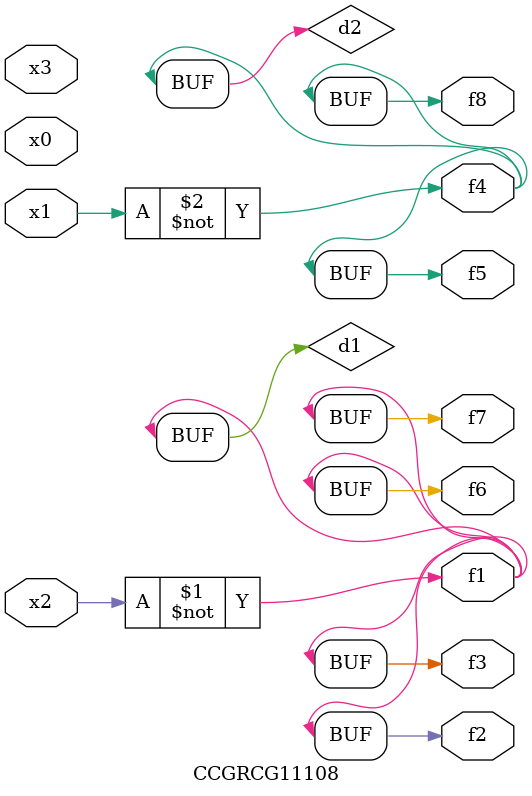
<source format=v>
module CCGRCG11108(
	input x0, x1, x2, x3,
	output f1, f2, f3, f4, f5, f6, f7, f8
);

	wire d1, d2;

	xnor (d1, x2);
	not (d2, x1);
	assign f1 = d1;
	assign f2 = d1;
	assign f3 = d1;
	assign f4 = d2;
	assign f5 = d2;
	assign f6 = d1;
	assign f7 = d1;
	assign f8 = d2;
endmodule

</source>
